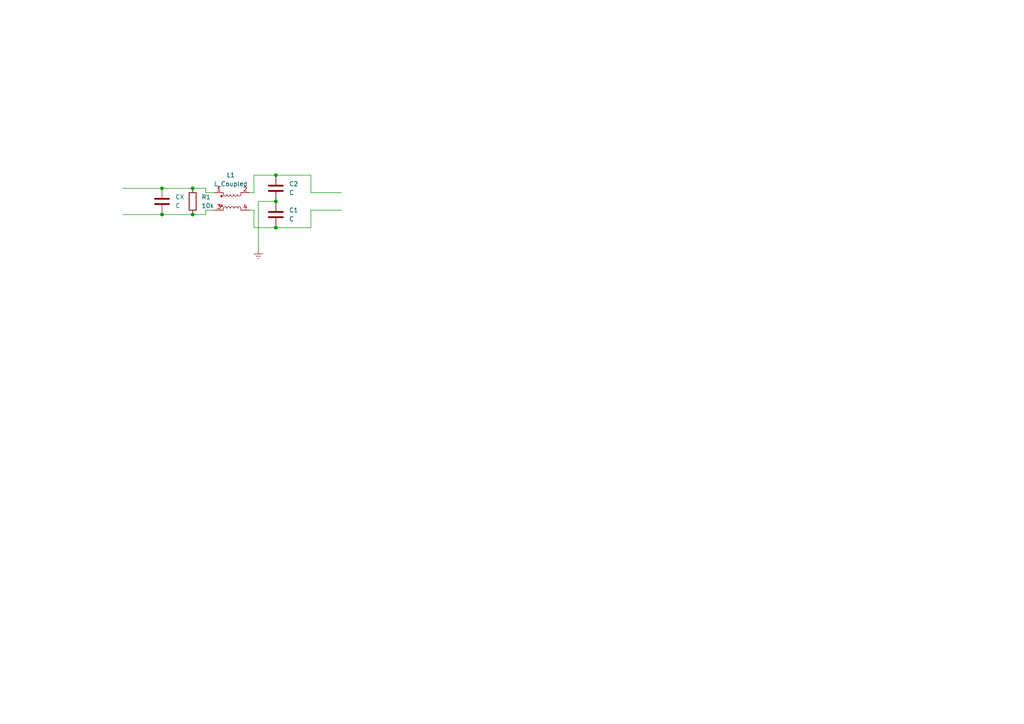
<source format=kicad_sch>
(kicad_sch (version 20230121) (generator eeschema)
  (paper "A4")
  (lib_symbols
    (symbol "Device:C" (pin_numbers hide) (pin_names (offset 0.254))
      (property "Reference" "C" (at 0.635 2.54 0))
      (property "Value" "C" (at 0.635 -2.54 0))
      (symbol "C_0_1"
        (polyline (pts (xy -2.032 -0.762) (xy 2.032 -0.762)) (stroke (width 0.508)))
        (polyline (pts (xy -2.032 0.762) (xy 2.032 0.762)) (stroke (width 0.508)))
      )
      (symbol "C_1_1"
        (pin passive line (at 0 3.81 270) (length 2.794) (name "~") (number "1"))
        (pin passive line (at 0 -3.81 90) (length 2.794) (name "~") (number "2"))
      )
    )
    (symbol "Device:L_Coupled" (pin_names (offset 0.254) hide)
      (property "Reference" "L" (at 0 4.445 0))
      (property "Value" "L_Coupled" (at 0 -4.445 0))
      (symbol "L_Coupled_0_1"
        (circle (center -3.048 -1.27) (radius 0.254) (fill (type outline)))
        (circle (center -3.048 1.524) (radius 0.254) (fill (type outline)))
        (arc (start -2.54 2.032) (mid -2.032 1.5262) (end -1.524 2.032))
        (arc (start -1.524 -2.032) (mid -2.032 -1.5262) (end -2.54 -2.032))
        (arc (start -1.524 2.032) (mid -1.016 1.5262) (end -0.508 2.032))
        (arc (start -0.508 -2.032) (mid -1.016 -1.5262) (end -1.524 -2.032))
        (arc (start -0.508 2.032) (mid 0 1.5262) (end 0.508 2.032))
        (polyline (pts (xy -2.54 -2.032) (xy -2.54 -2.54)))
        (polyline (pts (xy -2.54 2.032) (xy -2.54 2.54)))
        (polyline (pts (xy 2.54 -2.032) (xy 2.54 -2.54)))
        (polyline (pts (xy 2.54 2.54) (xy 2.54 2.032)))
        (arc (start 0.508 -2.032) (mid 0 -1.5262) (end -0.508 -2.032))
        (arc (start 0.508 2.032) (mid 1.016 1.5262) (end 1.524 2.032))
        (arc (start 1.524 -2.032) (mid 1.016 -1.5262) (end 0.508 -2.032))
        (arc (start 1.524 2.032) (mid 2.032 1.5262) (end 2.54 2.032))
        (arc (start 2.54 -2.032) (mid 2.032 -1.5262) (end 1.524 -2.032))
      )
      (symbol "L_Coupled_1_1"
        (pin passive line (at -5.08 2.54 0) (length 2.54) (name "1") (number "1"))
        (pin passive line (at 5.08 2.54 180) (length 2.54) (name "2") (number "2"))
        (pin passive line (at -5.08 -2.54 0) (length 2.54) (name "3") (number "3"))
        (pin passive line (at 5.08 -2.54 180) (length 2.54) (name "4") (number "4"))
      )
    )
    (symbol "Device:R" (pin_numbers hide) (pin_names (offset 0))
      (property "Reference" "R" (at 2.032 0 90))
      (property "Value" "R" (at 0 0 90))
      (symbol "R_0_1"
        (rectangle (start -1.016 -2.54) (end 1.016 2.54) (stroke (width 0.254)))
      )
      (symbol "R_1_1"
        (pin passive line (at 0 3.81 270) (length 1.27) (name "~") (number "1"))
        (pin passive line (at 0 -3.81 90) (length 1.27) (name "~") (number "2"))
      )
    )
    (symbol "power:Earth" (power) (pin_names (offset 0))
      (symbol "Earth_0_1"
        (polyline (pts (xy -0.635 -1.905) (xy 0.635 -1.905)))
        (polyline (pts (xy -0.127 -2.54) (xy 0.127 -2.54)))
        (polyline (pts (xy 0 -1.27) (xy 0 0)))
        (polyline (pts (xy 1.27 -1.27) (xy -1.27 -1.27)))
      )
      (symbol "Earth_1_1"
        (pin power_in line (at 0 0 270) (length 0) hide (name "Earth") (number "1"))
      )
    )
  )
  (junction (at 55.88 62.23))
  (junction (at 46.99 54.61))
  (junction (at 80.01 58.42))
  (junction (at 80.01 50.8))
  (junction (at 46.99 62.23))
  (junction (at 80.01 66.04))
  (junction (at 55.88 54.61))
  (wire (pts (xy 72.39 60.96) (xy 73.66 60.96)))
  (wire (pts (xy 59.69 55.88) (xy 62.23 55.88)))
  (wire (pts (xy 55.88 54.61) (xy 59.69 54.61)))
  (wire (pts (xy 55.88 62.23) (xy 59.69 62.23)))
  (wire (pts (xy 80.01 66.04) (xy 90.17 66.04)))
  (wire (pts (xy 62.23 60.96) (xy 59.69 60.96)))
  (wire (pts (xy 90.17 60.96) (xy 90.17 66.04)))
  (wire (pts (xy 35.56 54.61) (xy 46.99 54.61)))
  (wire (pts (xy 73.66 50.8) (xy 80.01 50.8)))
  (wire (pts (xy 80.01 50.8) (xy 90.17 50.8)))
  (wire (pts (xy 80.01 58.42) (xy 74.93 58.42)))
  (wire (pts (xy 90.17 60.96) (xy 99.06 60.96)))
  (wire (pts (xy 59.69 60.96) (xy 59.69 62.23)))
  (wire (pts (xy 90.17 55.88) (xy 99.06 55.88)))
  (wire (pts (xy 35.56 62.23) (xy 46.99 62.23)))
  (wire (pts (xy 90.17 50.8) (xy 90.17 55.88)))
  (wire (pts (xy 46.99 54.61) (xy 55.88 54.61)))
  (wire (pts (xy 74.93 58.42) (xy 74.93 72.39)))
  (wire (pts (xy 73.66 60.96) (xy 73.66 66.04)))
  (wire (pts (xy 73.66 55.88) (xy 73.66 50.8)))
  (wire (pts (xy 73.66 55.88) (xy 72.39 55.88)))
  (wire (pts (xy 73.66 66.04) (xy 80.01 66.04)))
  (wire (pts (xy 46.99 62.23) (xy 55.88 62.23)))
  (wire (pts (xy 59.69 54.61) (xy 59.69 55.88)))
  (symbol (lib_id "power:Earth") (at 74.93 72.39 0) (unit 1)
    (property "Reference" "#PWR01" (effects hide))
    (property "Value" "Earth" (effects hide))
  )
  (symbol (lib_id "Device:L_Coupled") (at 67.31 58.42 0) (unit 1)
    (property "Reference" "L1" (at 66.929 50.8 0))
    (property "Value" "L_Coupled" (at 66.929 53.34 0))
  )
  (symbol (lib_id "Device:C") (at 46.99 58.42 0) (unit 1)
    (property "Reference" "CX" (at 50.8 57.15 0) (effects (justify left)))
    (property "Value" "C" (at 50.8 59.69 0) (effects (justify left)))
  )
  (symbol (lib_id "Device:R") (at 55.88 58.42 0) (unit 1)
    (property "Reference" "R1" (at 58.42 57.15 0) (effects (justify left)))
    (property "Value" "10k" (at 58.42 59.69 0) (effects (justify left)))
  )
  (symbol (lib_id "Device:C") (at 80.01 62.23 0) (unit 1)
    (property "Reference" "C1" (at 83.82 60.96 0) (effects (justify left)))
    (property "Value" "C" (at 83.82 63.5 0) (effects (justify left)))
  )
  (symbol (lib_id "Device:C") (at 80.01 54.61 0) (unit 1)
    (property "Reference" "C2" (at 83.82 53.34 0) (effects (justify left)))
    (property "Value" "C" (at 83.82 55.88 0) (effects (justify left)))
  )
)
</source>
